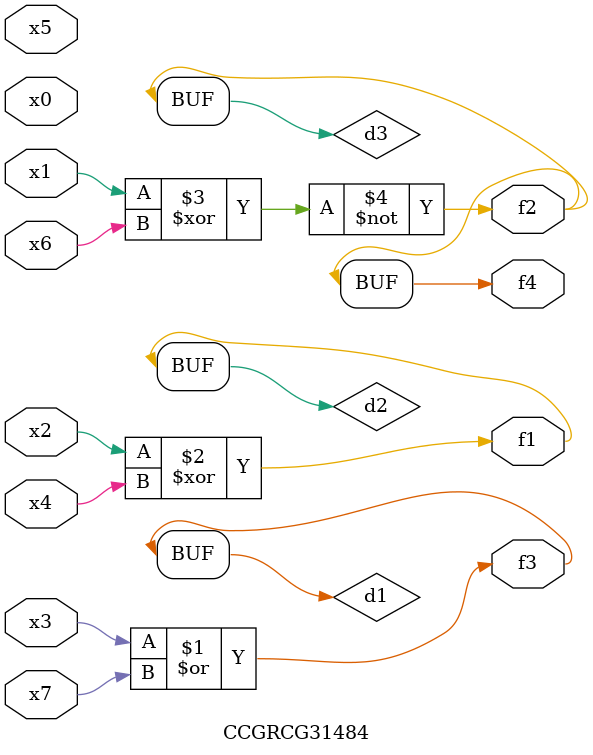
<source format=v>
module CCGRCG31484(
	input x0, x1, x2, x3, x4, x5, x6, x7,
	output f1, f2, f3, f4
);

	wire d1, d2, d3;

	or (d1, x3, x7);
	xor (d2, x2, x4);
	xnor (d3, x1, x6);
	assign f1 = d2;
	assign f2 = d3;
	assign f3 = d1;
	assign f4 = d3;
endmodule

</source>
